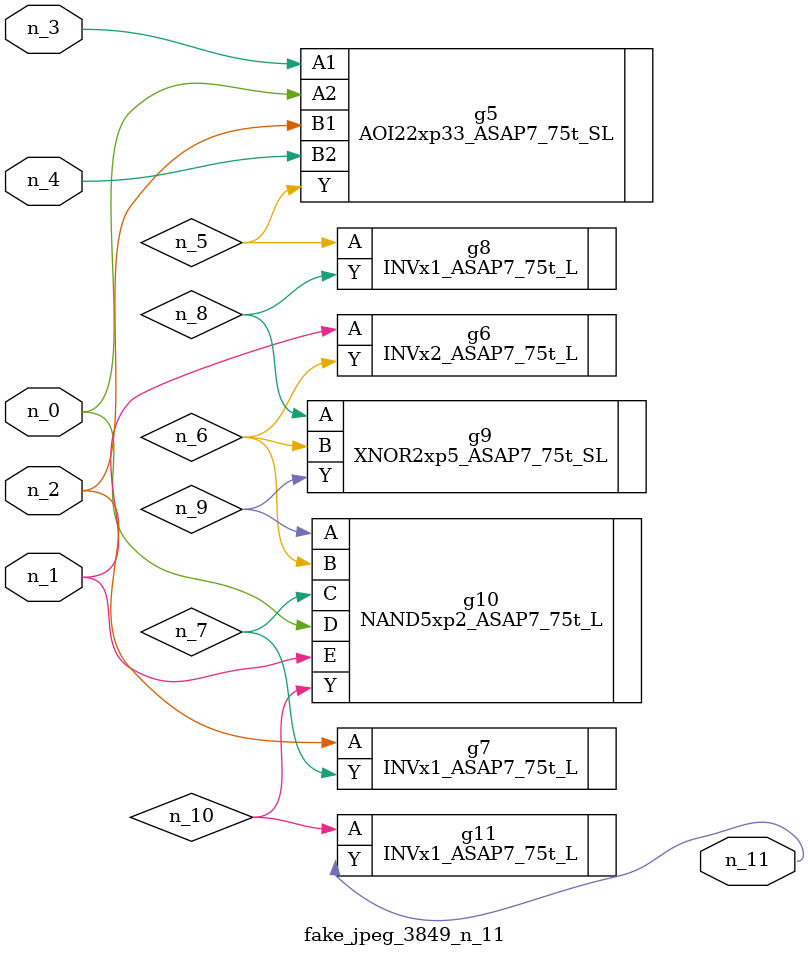
<source format=v>
module fake_jpeg_3849_n_11 (n_3, n_2, n_1, n_0, n_4, n_11);

input n_3;
input n_2;
input n_1;
input n_0;
input n_4;

output n_11;

wire n_10;
wire n_8;
wire n_9;
wire n_6;
wire n_5;
wire n_7;

AOI22xp33_ASAP7_75t_SL g5 ( 
.A1(n_3),
.A2(n_0),
.B1(n_2),
.B2(n_4),
.Y(n_5)
);

INVx2_ASAP7_75t_L g6 ( 
.A(n_1),
.Y(n_6)
);

INVx1_ASAP7_75t_L g7 ( 
.A(n_2),
.Y(n_7)
);

INVx1_ASAP7_75t_L g8 ( 
.A(n_5),
.Y(n_8)
);

XNOR2xp5_ASAP7_75t_SL g9 ( 
.A(n_8),
.B(n_6),
.Y(n_9)
);

NAND5xp2_ASAP7_75t_L g10 ( 
.A(n_9),
.B(n_6),
.C(n_7),
.D(n_0),
.E(n_1),
.Y(n_10)
);

INVx1_ASAP7_75t_L g11 ( 
.A(n_10),
.Y(n_11)
);


endmodule
</source>
